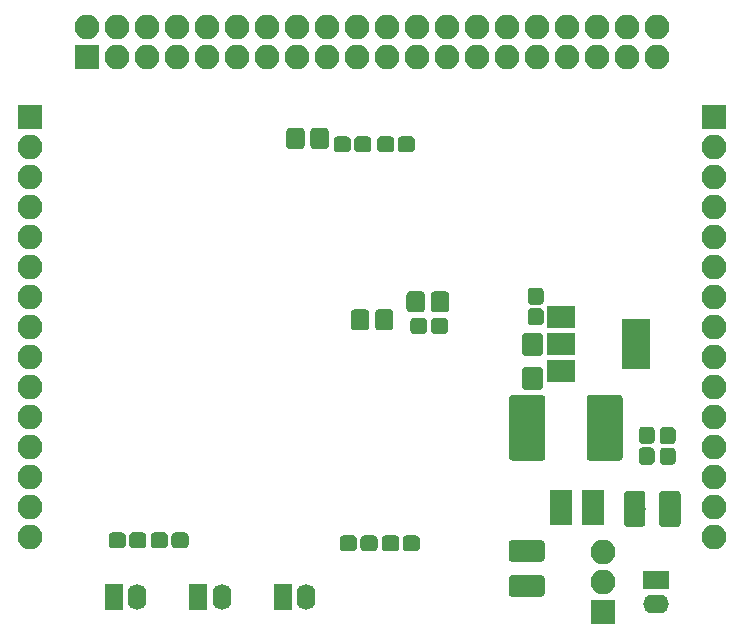
<source format=gbr>
G04 #@! TF.GenerationSoftware,KiCad,Pcbnew,(5.0.0-3-g5ebb6b6)*
G04 #@! TF.CreationDate,2019-05-19T23:28:32+02:00*
G04 #@! TF.ProjectId,Audio Board,417564696F20426F6172642E6B696361,rev?*
G04 #@! TF.SameCoordinates,Original*
G04 #@! TF.FileFunction,Soldermask,Bot*
G04 #@! TF.FilePolarity,Negative*
%FSLAX46Y46*%
G04 Gerber Fmt 4.6, Leading zero omitted, Abs format (unit mm)*
G04 Created by KiCad (PCBNEW (5.0.0-3-g5ebb6b6)) date Sunday, 19 May 2019 at 23:28:32*
%MOMM*%
%LPD*%
G01*
G04 APERTURE LIST*
%ADD10R,2.100000X2.100000*%
%ADD11O,2.100000X2.100000*%
%ADD12C,0.100000*%
%ADD13C,1.825000*%
%ADD14C,3.050000*%
%ADD15R,1.960000X1.050000*%
%ADD16C,1.350000*%
%ADD17R,2.400000X4.200000*%
%ADD18R,2.400000X1.900000*%
%ADD19C,1.550000*%
%ADD20C,1.750000*%
%ADD21O,1.600000X2.200000*%
%ADD22R,1.600000X2.200000*%
%ADD23R,2.200000X1.600000*%
%ADD24O,2.200000X1.600000*%
G04 APERTURE END LIST*
D10*
G04 #@! TO.C,J6*
X94996000Y-62230000D03*
D11*
X94996000Y-59690000D03*
X97536000Y-62230000D03*
X97536000Y-59690000D03*
X100076000Y-62230000D03*
X100076000Y-59690000D03*
X102616000Y-62230000D03*
X102616000Y-59690000D03*
X105156000Y-62230000D03*
X105156000Y-59690000D03*
X107696000Y-62230000D03*
X107696000Y-59690000D03*
X110236000Y-62230000D03*
X110236000Y-59690000D03*
X112776000Y-62230000D03*
X112776000Y-59690000D03*
X115316000Y-62230000D03*
X115316000Y-59690000D03*
X117856000Y-62230000D03*
X117856000Y-59690000D03*
X120396000Y-62230000D03*
X120396000Y-59690000D03*
X122936000Y-62230000D03*
X122936000Y-59690000D03*
X125476000Y-62230000D03*
X125476000Y-59690000D03*
X128016000Y-62230000D03*
X128016000Y-59690000D03*
X130556000Y-62230000D03*
X130556000Y-59690000D03*
X133096000Y-62230000D03*
X133096000Y-59690000D03*
X135636000Y-62230000D03*
X135636000Y-59690000D03*
X138176000Y-62230000D03*
X138176000Y-59690000D03*
X140716000Y-62230000D03*
X140716000Y-59690000D03*
X143256000Y-62230000D03*
X143256000Y-59690000D03*
G04 #@! TD*
D12*
G04 #@! TO.C,C39*
G36*
X141974707Y-98933542D02*
X142005787Y-98938152D01*
X142036266Y-98945787D01*
X142065850Y-98956372D01*
X142094254Y-98969806D01*
X142121204Y-98985959D01*
X142146442Y-99004677D01*
X142169723Y-99025777D01*
X142190823Y-99049058D01*
X142209541Y-99074296D01*
X142225694Y-99101246D01*
X142239128Y-99129650D01*
X142249713Y-99159234D01*
X142257348Y-99189713D01*
X142261958Y-99220793D01*
X142263500Y-99252176D01*
X142263500Y-101661824D01*
X142261958Y-101693207D01*
X142257348Y-101724287D01*
X142249713Y-101754766D01*
X142239128Y-101784350D01*
X142225694Y-101812754D01*
X142209541Y-101839704D01*
X142190823Y-101864942D01*
X142169723Y-101888223D01*
X142146442Y-101909323D01*
X142121204Y-101928041D01*
X142094254Y-101944194D01*
X142065850Y-101957628D01*
X142036266Y-101968213D01*
X142005787Y-101975848D01*
X141974707Y-101980458D01*
X141943324Y-101982000D01*
X140758676Y-101982000D01*
X140727293Y-101980458D01*
X140696213Y-101975848D01*
X140665734Y-101968213D01*
X140636150Y-101957628D01*
X140607746Y-101944194D01*
X140580796Y-101928041D01*
X140555558Y-101909323D01*
X140532277Y-101888223D01*
X140511177Y-101864942D01*
X140492459Y-101839704D01*
X140476306Y-101812754D01*
X140462872Y-101784350D01*
X140452287Y-101754766D01*
X140444652Y-101724287D01*
X140440042Y-101693207D01*
X140438500Y-101661824D01*
X140438500Y-99252176D01*
X140440042Y-99220793D01*
X140444652Y-99189713D01*
X140452287Y-99159234D01*
X140462872Y-99129650D01*
X140476306Y-99101246D01*
X140492459Y-99074296D01*
X140511177Y-99049058D01*
X140532277Y-99025777D01*
X140555558Y-99004677D01*
X140580796Y-98985959D01*
X140607746Y-98969806D01*
X140636150Y-98956372D01*
X140665734Y-98945787D01*
X140696213Y-98938152D01*
X140727293Y-98933542D01*
X140758676Y-98932000D01*
X141943324Y-98932000D01*
X141974707Y-98933542D01*
X141974707Y-98933542D01*
G37*
D13*
X141351000Y-100457000D03*
D12*
G36*
X144949707Y-98933542D02*
X144980787Y-98938152D01*
X145011266Y-98945787D01*
X145040850Y-98956372D01*
X145069254Y-98969806D01*
X145096204Y-98985959D01*
X145121442Y-99004677D01*
X145144723Y-99025777D01*
X145165823Y-99049058D01*
X145184541Y-99074296D01*
X145200694Y-99101246D01*
X145214128Y-99129650D01*
X145224713Y-99159234D01*
X145232348Y-99189713D01*
X145236958Y-99220793D01*
X145238500Y-99252176D01*
X145238500Y-101661824D01*
X145236958Y-101693207D01*
X145232348Y-101724287D01*
X145224713Y-101754766D01*
X145214128Y-101784350D01*
X145200694Y-101812754D01*
X145184541Y-101839704D01*
X145165823Y-101864942D01*
X145144723Y-101888223D01*
X145121442Y-101909323D01*
X145096204Y-101928041D01*
X145069254Y-101944194D01*
X145040850Y-101957628D01*
X145011266Y-101968213D01*
X144980787Y-101975848D01*
X144949707Y-101980458D01*
X144918324Y-101982000D01*
X143733676Y-101982000D01*
X143702293Y-101980458D01*
X143671213Y-101975848D01*
X143640734Y-101968213D01*
X143611150Y-101957628D01*
X143582746Y-101944194D01*
X143555796Y-101928041D01*
X143530558Y-101909323D01*
X143507277Y-101888223D01*
X143486177Y-101864942D01*
X143467459Y-101839704D01*
X143451306Y-101812754D01*
X143437872Y-101784350D01*
X143427287Y-101754766D01*
X143419652Y-101724287D01*
X143415042Y-101693207D01*
X143413500Y-101661824D01*
X143413500Y-99252176D01*
X143415042Y-99220793D01*
X143419652Y-99189713D01*
X143427287Y-99159234D01*
X143437872Y-99129650D01*
X143451306Y-99101246D01*
X143467459Y-99074296D01*
X143486177Y-99049058D01*
X143507277Y-99025777D01*
X143530558Y-99004677D01*
X143555796Y-98985959D01*
X143582746Y-98969806D01*
X143611150Y-98956372D01*
X143640734Y-98945787D01*
X143671213Y-98938152D01*
X143702293Y-98933542D01*
X143733676Y-98932000D01*
X144918324Y-98932000D01*
X144949707Y-98933542D01*
X144949707Y-98933542D01*
G37*
D13*
X144326000Y-100457000D03*
G04 #@! TD*
D12*
G04 #@! TO.C,C40*
G36*
X133443207Y-106077042D02*
X133474287Y-106081652D01*
X133504766Y-106089287D01*
X133534350Y-106099872D01*
X133562754Y-106113306D01*
X133589704Y-106129459D01*
X133614942Y-106148177D01*
X133638223Y-106169277D01*
X133659323Y-106192558D01*
X133678041Y-106217796D01*
X133694194Y-106244746D01*
X133707628Y-106273150D01*
X133718213Y-106302734D01*
X133725848Y-106333213D01*
X133730458Y-106364293D01*
X133732000Y-106395676D01*
X133732000Y-107580324D01*
X133730458Y-107611707D01*
X133725848Y-107642787D01*
X133718213Y-107673266D01*
X133707628Y-107702850D01*
X133694194Y-107731254D01*
X133678041Y-107758204D01*
X133659323Y-107783442D01*
X133638223Y-107806723D01*
X133614942Y-107827823D01*
X133589704Y-107846541D01*
X133562754Y-107862694D01*
X133534350Y-107876128D01*
X133504766Y-107886713D01*
X133474287Y-107894348D01*
X133443207Y-107898958D01*
X133411824Y-107900500D01*
X131002176Y-107900500D01*
X130970793Y-107898958D01*
X130939713Y-107894348D01*
X130909234Y-107886713D01*
X130879650Y-107876128D01*
X130851246Y-107862694D01*
X130824296Y-107846541D01*
X130799058Y-107827823D01*
X130775777Y-107806723D01*
X130754677Y-107783442D01*
X130735959Y-107758204D01*
X130719806Y-107731254D01*
X130706372Y-107702850D01*
X130695787Y-107673266D01*
X130688152Y-107642787D01*
X130683542Y-107611707D01*
X130682000Y-107580324D01*
X130682000Y-106395676D01*
X130683542Y-106364293D01*
X130688152Y-106333213D01*
X130695787Y-106302734D01*
X130706372Y-106273150D01*
X130719806Y-106244746D01*
X130735959Y-106217796D01*
X130754677Y-106192558D01*
X130775777Y-106169277D01*
X130799058Y-106148177D01*
X130824296Y-106129459D01*
X130851246Y-106113306D01*
X130879650Y-106099872D01*
X130909234Y-106089287D01*
X130939713Y-106081652D01*
X130970793Y-106077042D01*
X131002176Y-106075500D01*
X133411824Y-106075500D01*
X133443207Y-106077042D01*
X133443207Y-106077042D01*
G37*
D13*
X132207000Y-106988000D03*
D12*
G36*
X133443207Y-103102042D02*
X133474287Y-103106652D01*
X133504766Y-103114287D01*
X133534350Y-103124872D01*
X133562754Y-103138306D01*
X133589704Y-103154459D01*
X133614942Y-103173177D01*
X133638223Y-103194277D01*
X133659323Y-103217558D01*
X133678041Y-103242796D01*
X133694194Y-103269746D01*
X133707628Y-103298150D01*
X133718213Y-103327734D01*
X133725848Y-103358213D01*
X133730458Y-103389293D01*
X133732000Y-103420676D01*
X133732000Y-104605324D01*
X133730458Y-104636707D01*
X133725848Y-104667787D01*
X133718213Y-104698266D01*
X133707628Y-104727850D01*
X133694194Y-104756254D01*
X133678041Y-104783204D01*
X133659323Y-104808442D01*
X133638223Y-104831723D01*
X133614942Y-104852823D01*
X133589704Y-104871541D01*
X133562754Y-104887694D01*
X133534350Y-104901128D01*
X133504766Y-104911713D01*
X133474287Y-104919348D01*
X133443207Y-104923958D01*
X133411824Y-104925500D01*
X131002176Y-104925500D01*
X130970793Y-104923958D01*
X130939713Y-104919348D01*
X130909234Y-104911713D01*
X130879650Y-104901128D01*
X130851246Y-104887694D01*
X130824296Y-104871541D01*
X130799058Y-104852823D01*
X130775777Y-104831723D01*
X130754677Y-104808442D01*
X130735959Y-104783204D01*
X130719806Y-104756254D01*
X130706372Y-104727850D01*
X130695787Y-104698266D01*
X130688152Y-104667787D01*
X130683542Y-104636707D01*
X130682000Y-104605324D01*
X130682000Y-103420676D01*
X130683542Y-103389293D01*
X130688152Y-103358213D01*
X130695787Y-103327734D01*
X130706372Y-103298150D01*
X130719806Y-103269746D01*
X130735959Y-103242796D01*
X130754677Y-103217558D01*
X130775777Y-103194277D01*
X130799058Y-103173177D01*
X130824296Y-103154459D01*
X130851246Y-103138306D01*
X130879650Y-103124872D01*
X130909234Y-103114287D01*
X130939713Y-103106652D01*
X130970793Y-103102042D01*
X131002176Y-103100500D01*
X133411824Y-103100500D01*
X133443207Y-103102042D01*
X133443207Y-103102042D01*
G37*
D13*
X132207000Y-104013000D03*
G04 #@! TD*
D12*
G04 #@! TO.C,D1*
G36*
X140076466Y-90825386D02*
X140104398Y-90829529D01*
X140131789Y-90836390D01*
X140158375Y-90845903D01*
X140183901Y-90857976D01*
X140208121Y-90872492D01*
X140230801Y-90889313D01*
X140251724Y-90908276D01*
X140270687Y-90929199D01*
X140287508Y-90951879D01*
X140302024Y-90976099D01*
X140314097Y-91001625D01*
X140323610Y-91028211D01*
X140330471Y-91055602D01*
X140334614Y-91083534D01*
X140336000Y-91111737D01*
X140336000Y-96086263D01*
X140334614Y-96114466D01*
X140330471Y-96142398D01*
X140323610Y-96169789D01*
X140314097Y-96196375D01*
X140302024Y-96221901D01*
X140287508Y-96246121D01*
X140270687Y-96268801D01*
X140251724Y-96289724D01*
X140230801Y-96308687D01*
X140208121Y-96325508D01*
X140183901Y-96340024D01*
X140158375Y-96352097D01*
X140131789Y-96361610D01*
X140104398Y-96368471D01*
X140076466Y-96372614D01*
X140048263Y-96374000D01*
X137573737Y-96374000D01*
X137545534Y-96372614D01*
X137517602Y-96368471D01*
X137490211Y-96361610D01*
X137463625Y-96352097D01*
X137438099Y-96340024D01*
X137413879Y-96325508D01*
X137391199Y-96308687D01*
X137370276Y-96289724D01*
X137351313Y-96268801D01*
X137334492Y-96246121D01*
X137319976Y-96221901D01*
X137307903Y-96196375D01*
X137298390Y-96169789D01*
X137291529Y-96142398D01*
X137287386Y-96114466D01*
X137286000Y-96086263D01*
X137286000Y-91111737D01*
X137287386Y-91083534D01*
X137291529Y-91055602D01*
X137298390Y-91028211D01*
X137307903Y-91001625D01*
X137319976Y-90976099D01*
X137334492Y-90951879D01*
X137351313Y-90929199D01*
X137370276Y-90908276D01*
X137391199Y-90889313D01*
X137413879Y-90872492D01*
X137438099Y-90857976D01*
X137463625Y-90845903D01*
X137490211Y-90836390D01*
X137517602Y-90829529D01*
X137545534Y-90825386D01*
X137573737Y-90824000D01*
X140048263Y-90824000D01*
X140076466Y-90825386D01*
X140076466Y-90825386D01*
G37*
D14*
X138811000Y-93599000D03*
D12*
G36*
X133526466Y-90825386D02*
X133554398Y-90829529D01*
X133581789Y-90836390D01*
X133608375Y-90845903D01*
X133633901Y-90857976D01*
X133658121Y-90872492D01*
X133680801Y-90889313D01*
X133701724Y-90908276D01*
X133720687Y-90929199D01*
X133737508Y-90951879D01*
X133752024Y-90976099D01*
X133764097Y-91001625D01*
X133773610Y-91028211D01*
X133780471Y-91055602D01*
X133784614Y-91083534D01*
X133786000Y-91111737D01*
X133786000Y-96086263D01*
X133784614Y-96114466D01*
X133780471Y-96142398D01*
X133773610Y-96169789D01*
X133764097Y-96196375D01*
X133752024Y-96221901D01*
X133737508Y-96246121D01*
X133720687Y-96268801D01*
X133701724Y-96289724D01*
X133680801Y-96308687D01*
X133658121Y-96325508D01*
X133633901Y-96340024D01*
X133608375Y-96352097D01*
X133581789Y-96361610D01*
X133554398Y-96368471D01*
X133526466Y-96372614D01*
X133498263Y-96374000D01*
X131023737Y-96374000D01*
X130995534Y-96372614D01*
X130967602Y-96368471D01*
X130940211Y-96361610D01*
X130913625Y-96352097D01*
X130888099Y-96340024D01*
X130863879Y-96325508D01*
X130841199Y-96308687D01*
X130820276Y-96289724D01*
X130801313Y-96268801D01*
X130784492Y-96246121D01*
X130769976Y-96221901D01*
X130757903Y-96196375D01*
X130748390Y-96169789D01*
X130741529Y-96142398D01*
X130737386Y-96114466D01*
X130736000Y-96086263D01*
X130736000Y-91111737D01*
X130737386Y-91083534D01*
X130741529Y-91055602D01*
X130748390Y-91028211D01*
X130757903Y-91001625D01*
X130769976Y-90976099D01*
X130784492Y-90951879D01*
X130801313Y-90929199D01*
X130820276Y-90908276D01*
X130841199Y-90889313D01*
X130863879Y-90872492D01*
X130888099Y-90857976D01*
X130913625Y-90845903D01*
X130940211Y-90836390D01*
X130967602Y-90829529D01*
X130995534Y-90825386D01*
X131023737Y-90824000D01*
X133498263Y-90824000D01*
X133526466Y-90825386D01*
X133526466Y-90825386D01*
G37*
D14*
X132261000Y-93599000D03*
G04 #@! TD*
D11*
G04 #@! TO.C,J1*
X148082000Y-102870000D03*
X148082000Y-100330000D03*
X148082000Y-97790000D03*
X148082000Y-95250000D03*
X148082000Y-92710000D03*
X148082000Y-90170000D03*
X148082000Y-87630000D03*
X148082000Y-85090000D03*
X148082000Y-82550000D03*
X148082000Y-80010000D03*
X148082000Y-77470000D03*
X148082000Y-74930000D03*
X148082000Y-72390000D03*
X148082000Y-69850000D03*
D10*
X148082000Y-67310000D03*
G04 #@! TD*
G04 #@! TO.C,J4*
X138684000Y-109220000D03*
D11*
X138684000Y-106680000D03*
X138684000Y-104140000D03*
G04 #@! TD*
D10*
G04 #@! TO.C,J7*
X90170000Y-67310000D03*
D11*
X90170000Y-69850000D03*
X90170000Y-72390000D03*
X90170000Y-74930000D03*
X90170000Y-77470000D03*
X90170000Y-80010000D03*
X90170000Y-82550000D03*
X90170000Y-85090000D03*
X90170000Y-87630000D03*
X90170000Y-90170000D03*
X90170000Y-92710000D03*
X90170000Y-95250000D03*
X90170000Y-97790000D03*
X90170000Y-100330000D03*
X90170000Y-102870000D03*
G04 #@! TD*
D15*
G04 #@! TO.C,U5*
X135128000Y-101280000D03*
X135128000Y-100330000D03*
X135128000Y-99380000D03*
X137828000Y-99380000D03*
X137828000Y-101280000D03*
X137828000Y-100330000D03*
G04 #@! TD*
D12*
G04 #@! TO.C,R9*
G36*
X142737581Y-93510625D02*
X142770343Y-93515485D01*
X142802471Y-93523533D01*
X142833656Y-93534691D01*
X142863596Y-93548852D01*
X142892005Y-93565879D01*
X142918608Y-93585609D01*
X142943149Y-93607851D01*
X142965391Y-93632392D01*
X142985121Y-93658995D01*
X143002148Y-93687404D01*
X143016309Y-93717344D01*
X143027467Y-93748529D01*
X143035515Y-93780657D01*
X143040375Y-93813419D01*
X143042000Y-93846500D01*
X143042000Y-94621500D01*
X143040375Y-94654581D01*
X143035515Y-94687343D01*
X143027467Y-94719471D01*
X143016309Y-94750656D01*
X143002148Y-94780596D01*
X142985121Y-94809005D01*
X142965391Y-94835608D01*
X142943149Y-94860149D01*
X142918608Y-94882391D01*
X142892005Y-94902121D01*
X142863596Y-94919148D01*
X142833656Y-94933309D01*
X142802471Y-94944467D01*
X142770343Y-94952515D01*
X142737581Y-94957375D01*
X142704500Y-94959000D01*
X142029500Y-94959000D01*
X141996419Y-94957375D01*
X141963657Y-94952515D01*
X141931529Y-94944467D01*
X141900344Y-94933309D01*
X141870404Y-94919148D01*
X141841995Y-94902121D01*
X141815392Y-94882391D01*
X141790851Y-94860149D01*
X141768609Y-94835608D01*
X141748879Y-94809005D01*
X141731852Y-94780596D01*
X141717691Y-94750656D01*
X141706533Y-94719471D01*
X141698485Y-94687343D01*
X141693625Y-94654581D01*
X141692000Y-94621500D01*
X141692000Y-93846500D01*
X141693625Y-93813419D01*
X141698485Y-93780657D01*
X141706533Y-93748529D01*
X141717691Y-93717344D01*
X141731852Y-93687404D01*
X141748879Y-93658995D01*
X141768609Y-93632392D01*
X141790851Y-93607851D01*
X141815392Y-93585609D01*
X141841995Y-93565879D01*
X141870404Y-93548852D01*
X141900344Y-93534691D01*
X141931529Y-93523533D01*
X141963657Y-93515485D01*
X141996419Y-93510625D01*
X142029500Y-93509000D01*
X142704500Y-93509000D01*
X142737581Y-93510625D01*
X142737581Y-93510625D01*
G37*
D16*
X142367000Y-94234000D03*
D12*
G36*
X142737581Y-95260625D02*
X142770343Y-95265485D01*
X142802471Y-95273533D01*
X142833656Y-95284691D01*
X142863596Y-95298852D01*
X142892005Y-95315879D01*
X142918608Y-95335609D01*
X142943149Y-95357851D01*
X142965391Y-95382392D01*
X142985121Y-95408995D01*
X143002148Y-95437404D01*
X143016309Y-95467344D01*
X143027467Y-95498529D01*
X143035515Y-95530657D01*
X143040375Y-95563419D01*
X143042000Y-95596500D01*
X143042000Y-96371500D01*
X143040375Y-96404581D01*
X143035515Y-96437343D01*
X143027467Y-96469471D01*
X143016309Y-96500656D01*
X143002148Y-96530596D01*
X142985121Y-96559005D01*
X142965391Y-96585608D01*
X142943149Y-96610149D01*
X142918608Y-96632391D01*
X142892005Y-96652121D01*
X142863596Y-96669148D01*
X142833656Y-96683309D01*
X142802471Y-96694467D01*
X142770343Y-96702515D01*
X142737581Y-96707375D01*
X142704500Y-96709000D01*
X142029500Y-96709000D01*
X141996419Y-96707375D01*
X141963657Y-96702515D01*
X141931529Y-96694467D01*
X141900344Y-96683309D01*
X141870404Y-96669148D01*
X141841995Y-96652121D01*
X141815392Y-96632391D01*
X141790851Y-96610149D01*
X141768609Y-96585608D01*
X141748879Y-96559005D01*
X141731852Y-96530596D01*
X141717691Y-96500656D01*
X141706533Y-96469471D01*
X141698485Y-96437343D01*
X141693625Y-96404581D01*
X141692000Y-96371500D01*
X141692000Y-95596500D01*
X141693625Y-95563419D01*
X141698485Y-95530657D01*
X141706533Y-95498529D01*
X141717691Y-95467344D01*
X141731852Y-95437404D01*
X141748879Y-95408995D01*
X141768609Y-95382392D01*
X141790851Y-95357851D01*
X141815392Y-95335609D01*
X141841995Y-95315879D01*
X141870404Y-95298852D01*
X141900344Y-95284691D01*
X141931529Y-95273533D01*
X141963657Y-95265485D01*
X141996419Y-95260625D01*
X142029500Y-95259000D01*
X142704500Y-95259000D01*
X142737581Y-95260625D01*
X142737581Y-95260625D01*
G37*
D16*
X142367000Y-95984000D03*
G04 #@! TD*
D12*
G04 #@! TO.C,R10*
G36*
X144515581Y-93538625D02*
X144548343Y-93543485D01*
X144580471Y-93551533D01*
X144611656Y-93562691D01*
X144641596Y-93576852D01*
X144670005Y-93593879D01*
X144696608Y-93613609D01*
X144721149Y-93635851D01*
X144743391Y-93660392D01*
X144763121Y-93686995D01*
X144780148Y-93715404D01*
X144794309Y-93745344D01*
X144805467Y-93776529D01*
X144813515Y-93808657D01*
X144818375Y-93841419D01*
X144820000Y-93874500D01*
X144820000Y-94649500D01*
X144818375Y-94682581D01*
X144813515Y-94715343D01*
X144805467Y-94747471D01*
X144794309Y-94778656D01*
X144780148Y-94808596D01*
X144763121Y-94837005D01*
X144743391Y-94863608D01*
X144721149Y-94888149D01*
X144696608Y-94910391D01*
X144670005Y-94930121D01*
X144641596Y-94947148D01*
X144611656Y-94961309D01*
X144580471Y-94972467D01*
X144548343Y-94980515D01*
X144515581Y-94985375D01*
X144482500Y-94987000D01*
X143807500Y-94987000D01*
X143774419Y-94985375D01*
X143741657Y-94980515D01*
X143709529Y-94972467D01*
X143678344Y-94961309D01*
X143648404Y-94947148D01*
X143619995Y-94930121D01*
X143593392Y-94910391D01*
X143568851Y-94888149D01*
X143546609Y-94863608D01*
X143526879Y-94837005D01*
X143509852Y-94808596D01*
X143495691Y-94778656D01*
X143484533Y-94747471D01*
X143476485Y-94715343D01*
X143471625Y-94682581D01*
X143470000Y-94649500D01*
X143470000Y-93874500D01*
X143471625Y-93841419D01*
X143476485Y-93808657D01*
X143484533Y-93776529D01*
X143495691Y-93745344D01*
X143509852Y-93715404D01*
X143526879Y-93686995D01*
X143546609Y-93660392D01*
X143568851Y-93635851D01*
X143593392Y-93613609D01*
X143619995Y-93593879D01*
X143648404Y-93576852D01*
X143678344Y-93562691D01*
X143709529Y-93551533D01*
X143741657Y-93543485D01*
X143774419Y-93538625D01*
X143807500Y-93537000D01*
X144482500Y-93537000D01*
X144515581Y-93538625D01*
X144515581Y-93538625D01*
G37*
D16*
X144145000Y-94262000D03*
D12*
G36*
X144515581Y-95288625D02*
X144548343Y-95293485D01*
X144580471Y-95301533D01*
X144611656Y-95312691D01*
X144641596Y-95326852D01*
X144670005Y-95343879D01*
X144696608Y-95363609D01*
X144721149Y-95385851D01*
X144743391Y-95410392D01*
X144763121Y-95436995D01*
X144780148Y-95465404D01*
X144794309Y-95495344D01*
X144805467Y-95526529D01*
X144813515Y-95558657D01*
X144818375Y-95591419D01*
X144820000Y-95624500D01*
X144820000Y-96399500D01*
X144818375Y-96432581D01*
X144813515Y-96465343D01*
X144805467Y-96497471D01*
X144794309Y-96528656D01*
X144780148Y-96558596D01*
X144763121Y-96587005D01*
X144743391Y-96613608D01*
X144721149Y-96638149D01*
X144696608Y-96660391D01*
X144670005Y-96680121D01*
X144641596Y-96697148D01*
X144611656Y-96711309D01*
X144580471Y-96722467D01*
X144548343Y-96730515D01*
X144515581Y-96735375D01*
X144482500Y-96737000D01*
X143807500Y-96737000D01*
X143774419Y-96735375D01*
X143741657Y-96730515D01*
X143709529Y-96722467D01*
X143678344Y-96711309D01*
X143648404Y-96697148D01*
X143619995Y-96680121D01*
X143593392Y-96660391D01*
X143568851Y-96638149D01*
X143546609Y-96613608D01*
X143526879Y-96587005D01*
X143509852Y-96558596D01*
X143495691Y-96528656D01*
X143484533Y-96497471D01*
X143476485Y-96465343D01*
X143471625Y-96432581D01*
X143470000Y-96399500D01*
X143470000Y-95624500D01*
X143471625Y-95591419D01*
X143476485Y-95558657D01*
X143484533Y-95526529D01*
X143495691Y-95495344D01*
X143509852Y-95465404D01*
X143526879Y-95436995D01*
X143546609Y-95410392D01*
X143568851Y-95385851D01*
X143593392Y-95363609D01*
X143619995Y-95343879D01*
X143648404Y-95326852D01*
X143678344Y-95312691D01*
X143709529Y-95301533D01*
X143741657Y-95293485D01*
X143774419Y-95288625D01*
X143807500Y-95287000D01*
X144482500Y-95287000D01*
X144515581Y-95288625D01*
X144515581Y-95288625D01*
G37*
D16*
X144145000Y-96012000D03*
G04 #@! TD*
D12*
G04 #@! TO.C,C22*
G36*
X125247581Y-84289625D02*
X125280343Y-84294485D01*
X125312471Y-84302533D01*
X125343656Y-84313691D01*
X125373596Y-84327852D01*
X125402005Y-84344879D01*
X125428608Y-84364609D01*
X125453149Y-84386851D01*
X125475391Y-84411392D01*
X125495121Y-84437995D01*
X125512148Y-84466404D01*
X125526309Y-84496344D01*
X125537467Y-84527529D01*
X125545515Y-84559657D01*
X125550375Y-84592419D01*
X125552000Y-84625500D01*
X125552000Y-85300500D01*
X125550375Y-85333581D01*
X125545515Y-85366343D01*
X125537467Y-85398471D01*
X125526309Y-85429656D01*
X125512148Y-85459596D01*
X125495121Y-85488005D01*
X125475391Y-85514608D01*
X125453149Y-85539149D01*
X125428608Y-85561391D01*
X125402005Y-85581121D01*
X125373596Y-85598148D01*
X125343656Y-85612309D01*
X125312471Y-85623467D01*
X125280343Y-85631515D01*
X125247581Y-85636375D01*
X125214500Y-85638000D01*
X124439500Y-85638000D01*
X124406419Y-85636375D01*
X124373657Y-85631515D01*
X124341529Y-85623467D01*
X124310344Y-85612309D01*
X124280404Y-85598148D01*
X124251995Y-85581121D01*
X124225392Y-85561391D01*
X124200851Y-85539149D01*
X124178609Y-85514608D01*
X124158879Y-85488005D01*
X124141852Y-85459596D01*
X124127691Y-85429656D01*
X124116533Y-85398471D01*
X124108485Y-85366343D01*
X124103625Y-85333581D01*
X124102000Y-85300500D01*
X124102000Y-84625500D01*
X124103625Y-84592419D01*
X124108485Y-84559657D01*
X124116533Y-84527529D01*
X124127691Y-84496344D01*
X124141852Y-84466404D01*
X124158879Y-84437995D01*
X124178609Y-84411392D01*
X124200851Y-84386851D01*
X124225392Y-84364609D01*
X124251995Y-84344879D01*
X124280404Y-84327852D01*
X124310344Y-84313691D01*
X124341529Y-84302533D01*
X124373657Y-84294485D01*
X124406419Y-84289625D01*
X124439500Y-84288000D01*
X125214500Y-84288000D01*
X125247581Y-84289625D01*
X125247581Y-84289625D01*
G37*
D16*
X124827000Y-84963000D03*
D12*
G36*
X123497581Y-84289625D02*
X123530343Y-84294485D01*
X123562471Y-84302533D01*
X123593656Y-84313691D01*
X123623596Y-84327852D01*
X123652005Y-84344879D01*
X123678608Y-84364609D01*
X123703149Y-84386851D01*
X123725391Y-84411392D01*
X123745121Y-84437995D01*
X123762148Y-84466404D01*
X123776309Y-84496344D01*
X123787467Y-84527529D01*
X123795515Y-84559657D01*
X123800375Y-84592419D01*
X123802000Y-84625500D01*
X123802000Y-85300500D01*
X123800375Y-85333581D01*
X123795515Y-85366343D01*
X123787467Y-85398471D01*
X123776309Y-85429656D01*
X123762148Y-85459596D01*
X123745121Y-85488005D01*
X123725391Y-85514608D01*
X123703149Y-85539149D01*
X123678608Y-85561391D01*
X123652005Y-85581121D01*
X123623596Y-85598148D01*
X123593656Y-85612309D01*
X123562471Y-85623467D01*
X123530343Y-85631515D01*
X123497581Y-85636375D01*
X123464500Y-85638000D01*
X122689500Y-85638000D01*
X122656419Y-85636375D01*
X122623657Y-85631515D01*
X122591529Y-85623467D01*
X122560344Y-85612309D01*
X122530404Y-85598148D01*
X122501995Y-85581121D01*
X122475392Y-85561391D01*
X122450851Y-85539149D01*
X122428609Y-85514608D01*
X122408879Y-85488005D01*
X122391852Y-85459596D01*
X122377691Y-85429656D01*
X122366533Y-85398471D01*
X122358485Y-85366343D01*
X122353625Y-85333581D01*
X122352000Y-85300500D01*
X122352000Y-84625500D01*
X122353625Y-84592419D01*
X122358485Y-84559657D01*
X122366533Y-84527529D01*
X122377691Y-84496344D01*
X122391852Y-84466404D01*
X122408879Y-84437995D01*
X122428609Y-84411392D01*
X122450851Y-84386851D01*
X122475392Y-84364609D01*
X122501995Y-84344879D01*
X122530404Y-84327852D01*
X122560344Y-84313691D01*
X122591529Y-84302533D01*
X122623657Y-84294485D01*
X122656419Y-84289625D01*
X122689500Y-84288000D01*
X123464500Y-84288000D01*
X123497581Y-84289625D01*
X123497581Y-84289625D01*
G37*
D16*
X123077000Y-84963000D03*
G04 #@! TD*
D12*
G04 #@! TO.C,R15*
G36*
X103276581Y-102450625D02*
X103309343Y-102455485D01*
X103341471Y-102463533D01*
X103372656Y-102474691D01*
X103402596Y-102488852D01*
X103431005Y-102505879D01*
X103457608Y-102525609D01*
X103482149Y-102547851D01*
X103504391Y-102572392D01*
X103524121Y-102598995D01*
X103541148Y-102627404D01*
X103555309Y-102657344D01*
X103566467Y-102688529D01*
X103574515Y-102720657D01*
X103579375Y-102753419D01*
X103581000Y-102786500D01*
X103581000Y-103461500D01*
X103579375Y-103494581D01*
X103574515Y-103527343D01*
X103566467Y-103559471D01*
X103555309Y-103590656D01*
X103541148Y-103620596D01*
X103524121Y-103649005D01*
X103504391Y-103675608D01*
X103482149Y-103700149D01*
X103457608Y-103722391D01*
X103431005Y-103742121D01*
X103402596Y-103759148D01*
X103372656Y-103773309D01*
X103341471Y-103784467D01*
X103309343Y-103792515D01*
X103276581Y-103797375D01*
X103243500Y-103799000D01*
X102468500Y-103799000D01*
X102435419Y-103797375D01*
X102402657Y-103792515D01*
X102370529Y-103784467D01*
X102339344Y-103773309D01*
X102309404Y-103759148D01*
X102280995Y-103742121D01*
X102254392Y-103722391D01*
X102229851Y-103700149D01*
X102207609Y-103675608D01*
X102187879Y-103649005D01*
X102170852Y-103620596D01*
X102156691Y-103590656D01*
X102145533Y-103559471D01*
X102137485Y-103527343D01*
X102132625Y-103494581D01*
X102131000Y-103461500D01*
X102131000Y-102786500D01*
X102132625Y-102753419D01*
X102137485Y-102720657D01*
X102145533Y-102688529D01*
X102156691Y-102657344D01*
X102170852Y-102627404D01*
X102187879Y-102598995D01*
X102207609Y-102572392D01*
X102229851Y-102547851D01*
X102254392Y-102525609D01*
X102280995Y-102505879D01*
X102309404Y-102488852D01*
X102339344Y-102474691D01*
X102370529Y-102463533D01*
X102402657Y-102455485D01*
X102435419Y-102450625D01*
X102468500Y-102449000D01*
X103243500Y-102449000D01*
X103276581Y-102450625D01*
X103276581Y-102450625D01*
G37*
D16*
X102856000Y-103124000D03*
D12*
G36*
X101526581Y-102450625D02*
X101559343Y-102455485D01*
X101591471Y-102463533D01*
X101622656Y-102474691D01*
X101652596Y-102488852D01*
X101681005Y-102505879D01*
X101707608Y-102525609D01*
X101732149Y-102547851D01*
X101754391Y-102572392D01*
X101774121Y-102598995D01*
X101791148Y-102627404D01*
X101805309Y-102657344D01*
X101816467Y-102688529D01*
X101824515Y-102720657D01*
X101829375Y-102753419D01*
X101831000Y-102786500D01*
X101831000Y-103461500D01*
X101829375Y-103494581D01*
X101824515Y-103527343D01*
X101816467Y-103559471D01*
X101805309Y-103590656D01*
X101791148Y-103620596D01*
X101774121Y-103649005D01*
X101754391Y-103675608D01*
X101732149Y-103700149D01*
X101707608Y-103722391D01*
X101681005Y-103742121D01*
X101652596Y-103759148D01*
X101622656Y-103773309D01*
X101591471Y-103784467D01*
X101559343Y-103792515D01*
X101526581Y-103797375D01*
X101493500Y-103799000D01*
X100718500Y-103799000D01*
X100685419Y-103797375D01*
X100652657Y-103792515D01*
X100620529Y-103784467D01*
X100589344Y-103773309D01*
X100559404Y-103759148D01*
X100530995Y-103742121D01*
X100504392Y-103722391D01*
X100479851Y-103700149D01*
X100457609Y-103675608D01*
X100437879Y-103649005D01*
X100420852Y-103620596D01*
X100406691Y-103590656D01*
X100395533Y-103559471D01*
X100387485Y-103527343D01*
X100382625Y-103494581D01*
X100381000Y-103461500D01*
X100381000Y-102786500D01*
X100382625Y-102753419D01*
X100387485Y-102720657D01*
X100395533Y-102688529D01*
X100406691Y-102657344D01*
X100420852Y-102627404D01*
X100437879Y-102598995D01*
X100457609Y-102572392D01*
X100479851Y-102547851D01*
X100504392Y-102525609D01*
X100530995Y-102505879D01*
X100559404Y-102488852D01*
X100589344Y-102474691D01*
X100620529Y-102463533D01*
X100652657Y-102455485D01*
X100685419Y-102450625D01*
X100718500Y-102449000D01*
X101493500Y-102449000D01*
X101526581Y-102450625D01*
X101526581Y-102450625D01*
G37*
D16*
X101106000Y-103124000D03*
G04 #@! TD*
D12*
G04 #@! TO.C,R16*
G36*
X97956581Y-102450625D02*
X97989343Y-102455485D01*
X98021471Y-102463533D01*
X98052656Y-102474691D01*
X98082596Y-102488852D01*
X98111005Y-102505879D01*
X98137608Y-102525609D01*
X98162149Y-102547851D01*
X98184391Y-102572392D01*
X98204121Y-102598995D01*
X98221148Y-102627404D01*
X98235309Y-102657344D01*
X98246467Y-102688529D01*
X98254515Y-102720657D01*
X98259375Y-102753419D01*
X98261000Y-102786500D01*
X98261000Y-103461500D01*
X98259375Y-103494581D01*
X98254515Y-103527343D01*
X98246467Y-103559471D01*
X98235309Y-103590656D01*
X98221148Y-103620596D01*
X98204121Y-103649005D01*
X98184391Y-103675608D01*
X98162149Y-103700149D01*
X98137608Y-103722391D01*
X98111005Y-103742121D01*
X98082596Y-103759148D01*
X98052656Y-103773309D01*
X98021471Y-103784467D01*
X97989343Y-103792515D01*
X97956581Y-103797375D01*
X97923500Y-103799000D01*
X97148500Y-103799000D01*
X97115419Y-103797375D01*
X97082657Y-103792515D01*
X97050529Y-103784467D01*
X97019344Y-103773309D01*
X96989404Y-103759148D01*
X96960995Y-103742121D01*
X96934392Y-103722391D01*
X96909851Y-103700149D01*
X96887609Y-103675608D01*
X96867879Y-103649005D01*
X96850852Y-103620596D01*
X96836691Y-103590656D01*
X96825533Y-103559471D01*
X96817485Y-103527343D01*
X96812625Y-103494581D01*
X96811000Y-103461500D01*
X96811000Y-102786500D01*
X96812625Y-102753419D01*
X96817485Y-102720657D01*
X96825533Y-102688529D01*
X96836691Y-102657344D01*
X96850852Y-102627404D01*
X96867879Y-102598995D01*
X96887609Y-102572392D01*
X96909851Y-102547851D01*
X96934392Y-102525609D01*
X96960995Y-102505879D01*
X96989404Y-102488852D01*
X97019344Y-102474691D01*
X97050529Y-102463533D01*
X97082657Y-102455485D01*
X97115419Y-102450625D01*
X97148500Y-102449000D01*
X97923500Y-102449000D01*
X97956581Y-102450625D01*
X97956581Y-102450625D01*
G37*
D16*
X97536000Y-103124000D03*
D12*
G36*
X99706581Y-102450625D02*
X99739343Y-102455485D01*
X99771471Y-102463533D01*
X99802656Y-102474691D01*
X99832596Y-102488852D01*
X99861005Y-102505879D01*
X99887608Y-102525609D01*
X99912149Y-102547851D01*
X99934391Y-102572392D01*
X99954121Y-102598995D01*
X99971148Y-102627404D01*
X99985309Y-102657344D01*
X99996467Y-102688529D01*
X100004515Y-102720657D01*
X100009375Y-102753419D01*
X100011000Y-102786500D01*
X100011000Y-103461500D01*
X100009375Y-103494581D01*
X100004515Y-103527343D01*
X99996467Y-103559471D01*
X99985309Y-103590656D01*
X99971148Y-103620596D01*
X99954121Y-103649005D01*
X99934391Y-103675608D01*
X99912149Y-103700149D01*
X99887608Y-103722391D01*
X99861005Y-103742121D01*
X99832596Y-103759148D01*
X99802656Y-103773309D01*
X99771471Y-103784467D01*
X99739343Y-103792515D01*
X99706581Y-103797375D01*
X99673500Y-103799000D01*
X98898500Y-103799000D01*
X98865419Y-103797375D01*
X98832657Y-103792515D01*
X98800529Y-103784467D01*
X98769344Y-103773309D01*
X98739404Y-103759148D01*
X98710995Y-103742121D01*
X98684392Y-103722391D01*
X98659851Y-103700149D01*
X98637609Y-103675608D01*
X98617879Y-103649005D01*
X98600852Y-103620596D01*
X98586691Y-103590656D01*
X98575533Y-103559471D01*
X98567485Y-103527343D01*
X98562625Y-103494581D01*
X98561000Y-103461500D01*
X98561000Y-102786500D01*
X98562625Y-102753419D01*
X98567485Y-102720657D01*
X98575533Y-102688529D01*
X98586691Y-102657344D01*
X98600852Y-102627404D01*
X98617879Y-102598995D01*
X98637609Y-102572392D01*
X98659851Y-102547851D01*
X98684392Y-102525609D01*
X98710995Y-102505879D01*
X98739404Y-102488852D01*
X98769344Y-102474691D01*
X98800529Y-102463533D01*
X98832657Y-102455485D01*
X98865419Y-102450625D01*
X98898500Y-102449000D01*
X99673500Y-102449000D01*
X99706581Y-102450625D01*
X99706581Y-102450625D01*
G37*
D16*
X99286000Y-103124000D03*
G04 #@! TD*
D12*
G04 #@! TO.C,R17*
G36*
X121098581Y-102704625D02*
X121131343Y-102709485D01*
X121163471Y-102717533D01*
X121194656Y-102728691D01*
X121224596Y-102742852D01*
X121253005Y-102759879D01*
X121279608Y-102779609D01*
X121304149Y-102801851D01*
X121326391Y-102826392D01*
X121346121Y-102852995D01*
X121363148Y-102881404D01*
X121377309Y-102911344D01*
X121388467Y-102942529D01*
X121396515Y-102974657D01*
X121401375Y-103007419D01*
X121403000Y-103040500D01*
X121403000Y-103715500D01*
X121401375Y-103748581D01*
X121396515Y-103781343D01*
X121388467Y-103813471D01*
X121377309Y-103844656D01*
X121363148Y-103874596D01*
X121346121Y-103903005D01*
X121326391Y-103929608D01*
X121304149Y-103954149D01*
X121279608Y-103976391D01*
X121253005Y-103996121D01*
X121224596Y-104013148D01*
X121194656Y-104027309D01*
X121163471Y-104038467D01*
X121131343Y-104046515D01*
X121098581Y-104051375D01*
X121065500Y-104053000D01*
X120290500Y-104053000D01*
X120257419Y-104051375D01*
X120224657Y-104046515D01*
X120192529Y-104038467D01*
X120161344Y-104027309D01*
X120131404Y-104013148D01*
X120102995Y-103996121D01*
X120076392Y-103976391D01*
X120051851Y-103954149D01*
X120029609Y-103929608D01*
X120009879Y-103903005D01*
X119992852Y-103874596D01*
X119978691Y-103844656D01*
X119967533Y-103813471D01*
X119959485Y-103781343D01*
X119954625Y-103748581D01*
X119953000Y-103715500D01*
X119953000Y-103040500D01*
X119954625Y-103007419D01*
X119959485Y-102974657D01*
X119967533Y-102942529D01*
X119978691Y-102911344D01*
X119992852Y-102881404D01*
X120009879Y-102852995D01*
X120029609Y-102826392D01*
X120051851Y-102801851D01*
X120076392Y-102779609D01*
X120102995Y-102759879D01*
X120131404Y-102742852D01*
X120161344Y-102728691D01*
X120192529Y-102717533D01*
X120224657Y-102709485D01*
X120257419Y-102704625D01*
X120290500Y-102703000D01*
X121065500Y-102703000D01*
X121098581Y-102704625D01*
X121098581Y-102704625D01*
G37*
D16*
X120678000Y-103378000D03*
D12*
G36*
X122848581Y-102704625D02*
X122881343Y-102709485D01*
X122913471Y-102717533D01*
X122944656Y-102728691D01*
X122974596Y-102742852D01*
X123003005Y-102759879D01*
X123029608Y-102779609D01*
X123054149Y-102801851D01*
X123076391Y-102826392D01*
X123096121Y-102852995D01*
X123113148Y-102881404D01*
X123127309Y-102911344D01*
X123138467Y-102942529D01*
X123146515Y-102974657D01*
X123151375Y-103007419D01*
X123153000Y-103040500D01*
X123153000Y-103715500D01*
X123151375Y-103748581D01*
X123146515Y-103781343D01*
X123138467Y-103813471D01*
X123127309Y-103844656D01*
X123113148Y-103874596D01*
X123096121Y-103903005D01*
X123076391Y-103929608D01*
X123054149Y-103954149D01*
X123029608Y-103976391D01*
X123003005Y-103996121D01*
X122974596Y-104013148D01*
X122944656Y-104027309D01*
X122913471Y-104038467D01*
X122881343Y-104046515D01*
X122848581Y-104051375D01*
X122815500Y-104053000D01*
X122040500Y-104053000D01*
X122007419Y-104051375D01*
X121974657Y-104046515D01*
X121942529Y-104038467D01*
X121911344Y-104027309D01*
X121881404Y-104013148D01*
X121852995Y-103996121D01*
X121826392Y-103976391D01*
X121801851Y-103954149D01*
X121779609Y-103929608D01*
X121759879Y-103903005D01*
X121742852Y-103874596D01*
X121728691Y-103844656D01*
X121717533Y-103813471D01*
X121709485Y-103781343D01*
X121704625Y-103748581D01*
X121703000Y-103715500D01*
X121703000Y-103040500D01*
X121704625Y-103007419D01*
X121709485Y-102974657D01*
X121717533Y-102942529D01*
X121728691Y-102911344D01*
X121742852Y-102881404D01*
X121759879Y-102852995D01*
X121779609Y-102826392D01*
X121801851Y-102801851D01*
X121826392Y-102779609D01*
X121852995Y-102759879D01*
X121881404Y-102742852D01*
X121911344Y-102728691D01*
X121942529Y-102717533D01*
X121974657Y-102709485D01*
X122007419Y-102704625D01*
X122040500Y-102703000D01*
X122815500Y-102703000D01*
X122848581Y-102704625D01*
X122848581Y-102704625D01*
G37*
D16*
X122428000Y-103378000D03*
G04 #@! TD*
D12*
G04 #@! TO.C,R18*
G36*
X119278581Y-102704625D02*
X119311343Y-102709485D01*
X119343471Y-102717533D01*
X119374656Y-102728691D01*
X119404596Y-102742852D01*
X119433005Y-102759879D01*
X119459608Y-102779609D01*
X119484149Y-102801851D01*
X119506391Y-102826392D01*
X119526121Y-102852995D01*
X119543148Y-102881404D01*
X119557309Y-102911344D01*
X119568467Y-102942529D01*
X119576515Y-102974657D01*
X119581375Y-103007419D01*
X119583000Y-103040500D01*
X119583000Y-103715500D01*
X119581375Y-103748581D01*
X119576515Y-103781343D01*
X119568467Y-103813471D01*
X119557309Y-103844656D01*
X119543148Y-103874596D01*
X119526121Y-103903005D01*
X119506391Y-103929608D01*
X119484149Y-103954149D01*
X119459608Y-103976391D01*
X119433005Y-103996121D01*
X119404596Y-104013148D01*
X119374656Y-104027309D01*
X119343471Y-104038467D01*
X119311343Y-104046515D01*
X119278581Y-104051375D01*
X119245500Y-104053000D01*
X118470500Y-104053000D01*
X118437419Y-104051375D01*
X118404657Y-104046515D01*
X118372529Y-104038467D01*
X118341344Y-104027309D01*
X118311404Y-104013148D01*
X118282995Y-103996121D01*
X118256392Y-103976391D01*
X118231851Y-103954149D01*
X118209609Y-103929608D01*
X118189879Y-103903005D01*
X118172852Y-103874596D01*
X118158691Y-103844656D01*
X118147533Y-103813471D01*
X118139485Y-103781343D01*
X118134625Y-103748581D01*
X118133000Y-103715500D01*
X118133000Y-103040500D01*
X118134625Y-103007419D01*
X118139485Y-102974657D01*
X118147533Y-102942529D01*
X118158691Y-102911344D01*
X118172852Y-102881404D01*
X118189879Y-102852995D01*
X118209609Y-102826392D01*
X118231851Y-102801851D01*
X118256392Y-102779609D01*
X118282995Y-102759879D01*
X118311404Y-102742852D01*
X118341344Y-102728691D01*
X118372529Y-102717533D01*
X118404657Y-102709485D01*
X118437419Y-102704625D01*
X118470500Y-102703000D01*
X119245500Y-102703000D01*
X119278581Y-102704625D01*
X119278581Y-102704625D01*
G37*
D16*
X118858000Y-103378000D03*
D12*
G36*
X117528581Y-102704625D02*
X117561343Y-102709485D01*
X117593471Y-102717533D01*
X117624656Y-102728691D01*
X117654596Y-102742852D01*
X117683005Y-102759879D01*
X117709608Y-102779609D01*
X117734149Y-102801851D01*
X117756391Y-102826392D01*
X117776121Y-102852995D01*
X117793148Y-102881404D01*
X117807309Y-102911344D01*
X117818467Y-102942529D01*
X117826515Y-102974657D01*
X117831375Y-103007419D01*
X117833000Y-103040500D01*
X117833000Y-103715500D01*
X117831375Y-103748581D01*
X117826515Y-103781343D01*
X117818467Y-103813471D01*
X117807309Y-103844656D01*
X117793148Y-103874596D01*
X117776121Y-103903005D01*
X117756391Y-103929608D01*
X117734149Y-103954149D01*
X117709608Y-103976391D01*
X117683005Y-103996121D01*
X117654596Y-104013148D01*
X117624656Y-104027309D01*
X117593471Y-104038467D01*
X117561343Y-104046515D01*
X117528581Y-104051375D01*
X117495500Y-104053000D01*
X116720500Y-104053000D01*
X116687419Y-104051375D01*
X116654657Y-104046515D01*
X116622529Y-104038467D01*
X116591344Y-104027309D01*
X116561404Y-104013148D01*
X116532995Y-103996121D01*
X116506392Y-103976391D01*
X116481851Y-103954149D01*
X116459609Y-103929608D01*
X116439879Y-103903005D01*
X116422852Y-103874596D01*
X116408691Y-103844656D01*
X116397533Y-103813471D01*
X116389485Y-103781343D01*
X116384625Y-103748581D01*
X116383000Y-103715500D01*
X116383000Y-103040500D01*
X116384625Y-103007419D01*
X116389485Y-102974657D01*
X116397533Y-102942529D01*
X116408691Y-102911344D01*
X116422852Y-102881404D01*
X116439879Y-102852995D01*
X116459609Y-102826392D01*
X116481851Y-102801851D01*
X116506392Y-102779609D01*
X116532995Y-102759879D01*
X116561404Y-102742852D01*
X116591344Y-102728691D01*
X116622529Y-102717533D01*
X116654657Y-102709485D01*
X116687419Y-102704625D01*
X116720500Y-102703000D01*
X117495500Y-102703000D01*
X117528581Y-102704625D01*
X117528581Y-102704625D01*
G37*
D16*
X117108000Y-103378000D03*
G04 #@! TD*
D17*
G04 #@! TO.C,U2*
X141453000Y-86487000D03*
D18*
X135153000Y-86487000D03*
X135153000Y-84187000D03*
X135153000Y-88787000D03*
G04 #@! TD*
D12*
G04 #@! TO.C,C19*
G36*
X118581071Y-83556623D02*
X118613781Y-83561475D01*
X118645857Y-83569509D01*
X118676991Y-83580649D01*
X118706884Y-83594787D01*
X118735247Y-83611787D01*
X118761807Y-83631485D01*
X118786308Y-83653692D01*
X118808515Y-83678193D01*
X118828213Y-83704753D01*
X118845213Y-83733116D01*
X118859351Y-83763009D01*
X118870491Y-83794143D01*
X118878525Y-83826219D01*
X118883377Y-83858929D01*
X118885000Y-83891956D01*
X118885000Y-85018044D01*
X118883377Y-85051071D01*
X118878525Y-85083781D01*
X118870491Y-85115857D01*
X118859351Y-85146991D01*
X118845213Y-85176884D01*
X118828213Y-85205247D01*
X118808515Y-85231807D01*
X118786308Y-85256308D01*
X118761807Y-85278515D01*
X118735247Y-85298213D01*
X118706884Y-85315213D01*
X118676991Y-85329351D01*
X118645857Y-85340491D01*
X118613781Y-85348525D01*
X118581071Y-85353377D01*
X118548044Y-85355000D01*
X117671956Y-85355000D01*
X117638929Y-85353377D01*
X117606219Y-85348525D01*
X117574143Y-85340491D01*
X117543009Y-85329351D01*
X117513116Y-85315213D01*
X117484753Y-85298213D01*
X117458193Y-85278515D01*
X117433692Y-85256308D01*
X117411485Y-85231807D01*
X117391787Y-85205247D01*
X117374787Y-85176884D01*
X117360649Y-85146991D01*
X117349509Y-85115857D01*
X117341475Y-85083781D01*
X117336623Y-85051071D01*
X117335000Y-85018044D01*
X117335000Y-83891956D01*
X117336623Y-83858929D01*
X117341475Y-83826219D01*
X117349509Y-83794143D01*
X117360649Y-83763009D01*
X117374787Y-83733116D01*
X117391787Y-83704753D01*
X117411485Y-83678193D01*
X117433692Y-83653692D01*
X117458193Y-83631485D01*
X117484753Y-83611787D01*
X117513116Y-83594787D01*
X117543009Y-83580649D01*
X117574143Y-83569509D01*
X117606219Y-83561475D01*
X117638929Y-83556623D01*
X117671956Y-83555000D01*
X118548044Y-83555000D01*
X118581071Y-83556623D01*
X118581071Y-83556623D01*
G37*
D19*
X118110000Y-84455000D03*
D12*
G36*
X120631071Y-83556623D02*
X120663781Y-83561475D01*
X120695857Y-83569509D01*
X120726991Y-83580649D01*
X120756884Y-83594787D01*
X120785247Y-83611787D01*
X120811807Y-83631485D01*
X120836308Y-83653692D01*
X120858515Y-83678193D01*
X120878213Y-83704753D01*
X120895213Y-83733116D01*
X120909351Y-83763009D01*
X120920491Y-83794143D01*
X120928525Y-83826219D01*
X120933377Y-83858929D01*
X120935000Y-83891956D01*
X120935000Y-85018044D01*
X120933377Y-85051071D01*
X120928525Y-85083781D01*
X120920491Y-85115857D01*
X120909351Y-85146991D01*
X120895213Y-85176884D01*
X120878213Y-85205247D01*
X120858515Y-85231807D01*
X120836308Y-85256308D01*
X120811807Y-85278515D01*
X120785247Y-85298213D01*
X120756884Y-85315213D01*
X120726991Y-85329351D01*
X120695857Y-85340491D01*
X120663781Y-85348525D01*
X120631071Y-85353377D01*
X120598044Y-85355000D01*
X119721956Y-85355000D01*
X119688929Y-85353377D01*
X119656219Y-85348525D01*
X119624143Y-85340491D01*
X119593009Y-85329351D01*
X119563116Y-85315213D01*
X119534753Y-85298213D01*
X119508193Y-85278515D01*
X119483692Y-85256308D01*
X119461485Y-85231807D01*
X119441787Y-85205247D01*
X119424787Y-85176884D01*
X119410649Y-85146991D01*
X119399509Y-85115857D01*
X119391475Y-85083781D01*
X119386623Y-85051071D01*
X119385000Y-85018044D01*
X119385000Y-83891956D01*
X119386623Y-83858929D01*
X119391475Y-83826219D01*
X119399509Y-83794143D01*
X119410649Y-83763009D01*
X119424787Y-83733116D01*
X119441787Y-83704753D01*
X119461485Y-83678193D01*
X119483692Y-83653692D01*
X119508193Y-83631485D01*
X119534753Y-83611787D01*
X119563116Y-83594787D01*
X119593009Y-83580649D01*
X119624143Y-83569509D01*
X119656219Y-83561475D01*
X119688929Y-83556623D01*
X119721956Y-83555000D01*
X120598044Y-83555000D01*
X120631071Y-83556623D01*
X120631071Y-83556623D01*
G37*
D19*
X120160000Y-84455000D03*
G04 #@! TD*
D12*
G04 #@! TO.C,C25*
G36*
X113102071Y-68189623D02*
X113134781Y-68194475D01*
X113166857Y-68202509D01*
X113197991Y-68213649D01*
X113227884Y-68227787D01*
X113256247Y-68244787D01*
X113282807Y-68264485D01*
X113307308Y-68286692D01*
X113329515Y-68311193D01*
X113349213Y-68337753D01*
X113366213Y-68366116D01*
X113380351Y-68396009D01*
X113391491Y-68427143D01*
X113399525Y-68459219D01*
X113404377Y-68491929D01*
X113406000Y-68524956D01*
X113406000Y-69651044D01*
X113404377Y-69684071D01*
X113399525Y-69716781D01*
X113391491Y-69748857D01*
X113380351Y-69779991D01*
X113366213Y-69809884D01*
X113349213Y-69838247D01*
X113329515Y-69864807D01*
X113307308Y-69889308D01*
X113282807Y-69911515D01*
X113256247Y-69931213D01*
X113227884Y-69948213D01*
X113197991Y-69962351D01*
X113166857Y-69973491D01*
X113134781Y-69981525D01*
X113102071Y-69986377D01*
X113069044Y-69988000D01*
X112192956Y-69988000D01*
X112159929Y-69986377D01*
X112127219Y-69981525D01*
X112095143Y-69973491D01*
X112064009Y-69962351D01*
X112034116Y-69948213D01*
X112005753Y-69931213D01*
X111979193Y-69911515D01*
X111954692Y-69889308D01*
X111932485Y-69864807D01*
X111912787Y-69838247D01*
X111895787Y-69809884D01*
X111881649Y-69779991D01*
X111870509Y-69748857D01*
X111862475Y-69716781D01*
X111857623Y-69684071D01*
X111856000Y-69651044D01*
X111856000Y-68524956D01*
X111857623Y-68491929D01*
X111862475Y-68459219D01*
X111870509Y-68427143D01*
X111881649Y-68396009D01*
X111895787Y-68366116D01*
X111912787Y-68337753D01*
X111932485Y-68311193D01*
X111954692Y-68286692D01*
X111979193Y-68264485D01*
X112005753Y-68244787D01*
X112034116Y-68227787D01*
X112064009Y-68213649D01*
X112095143Y-68202509D01*
X112127219Y-68194475D01*
X112159929Y-68189623D01*
X112192956Y-68188000D01*
X113069044Y-68188000D01*
X113102071Y-68189623D01*
X113102071Y-68189623D01*
G37*
D19*
X112631000Y-69088000D03*
D12*
G36*
X115152071Y-68189623D02*
X115184781Y-68194475D01*
X115216857Y-68202509D01*
X115247991Y-68213649D01*
X115277884Y-68227787D01*
X115306247Y-68244787D01*
X115332807Y-68264485D01*
X115357308Y-68286692D01*
X115379515Y-68311193D01*
X115399213Y-68337753D01*
X115416213Y-68366116D01*
X115430351Y-68396009D01*
X115441491Y-68427143D01*
X115449525Y-68459219D01*
X115454377Y-68491929D01*
X115456000Y-68524956D01*
X115456000Y-69651044D01*
X115454377Y-69684071D01*
X115449525Y-69716781D01*
X115441491Y-69748857D01*
X115430351Y-69779991D01*
X115416213Y-69809884D01*
X115399213Y-69838247D01*
X115379515Y-69864807D01*
X115357308Y-69889308D01*
X115332807Y-69911515D01*
X115306247Y-69931213D01*
X115277884Y-69948213D01*
X115247991Y-69962351D01*
X115216857Y-69973491D01*
X115184781Y-69981525D01*
X115152071Y-69986377D01*
X115119044Y-69988000D01*
X114242956Y-69988000D01*
X114209929Y-69986377D01*
X114177219Y-69981525D01*
X114145143Y-69973491D01*
X114114009Y-69962351D01*
X114084116Y-69948213D01*
X114055753Y-69931213D01*
X114029193Y-69911515D01*
X114004692Y-69889308D01*
X113982485Y-69864807D01*
X113962787Y-69838247D01*
X113945787Y-69809884D01*
X113931649Y-69779991D01*
X113920509Y-69748857D01*
X113912475Y-69716781D01*
X113907623Y-69684071D01*
X113906000Y-69651044D01*
X113906000Y-68524956D01*
X113907623Y-68491929D01*
X113912475Y-68459219D01*
X113920509Y-68427143D01*
X113931649Y-68396009D01*
X113945787Y-68366116D01*
X113962787Y-68337753D01*
X113982485Y-68311193D01*
X114004692Y-68286692D01*
X114029193Y-68264485D01*
X114055753Y-68244787D01*
X114084116Y-68227787D01*
X114114009Y-68213649D01*
X114145143Y-68202509D01*
X114177219Y-68194475D01*
X114209929Y-68189623D01*
X114242956Y-68188000D01*
X115119044Y-68188000D01*
X115152071Y-68189623D01*
X115152071Y-68189623D01*
G37*
D19*
X114681000Y-69088000D03*
G04 #@! TD*
D12*
G04 #@! TO.C,C23*
G36*
X125330071Y-82032623D02*
X125362781Y-82037475D01*
X125394857Y-82045509D01*
X125425991Y-82056649D01*
X125455884Y-82070787D01*
X125484247Y-82087787D01*
X125510807Y-82107485D01*
X125535308Y-82129692D01*
X125557515Y-82154193D01*
X125577213Y-82180753D01*
X125594213Y-82209116D01*
X125608351Y-82239009D01*
X125619491Y-82270143D01*
X125627525Y-82302219D01*
X125632377Y-82334929D01*
X125634000Y-82367956D01*
X125634000Y-83494044D01*
X125632377Y-83527071D01*
X125627525Y-83559781D01*
X125619491Y-83591857D01*
X125608351Y-83622991D01*
X125594213Y-83652884D01*
X125577213Y-83681247D01*
X125557515Y-83707807D01*
X125535308Y-83732308D01*
X125510807Y-83754515D01*
X125484247Y-83774213D01*
X125455884Y-83791213D01*
X125425991Y-83805351D01*
X125394857Y-83816491D01*
X125362781Y-83824525D01*
X125330071Y-83829377D01*
X125297044Y-83831000D01*
X124420956Y-83831000D01*
X124387929Y-83829377D01*
X124355219Y-83824525D01*
X124323143Y-83816491D01*
X124292009Y-83805351D01*
X124262116Y-83791213D01*
X124233753Y-83774213D01*
X124207193Y-83754515D01*
X124182692Y-83732308D01*
X124160485Y-83707807D01*
X124140787Y-83681247D01*
X124123787Y-83652884D01*
X124109649Y-83622991D01*
X124098509Y-83591857D01*
X124090475Y-83559781D01*
X124085623Y-83527071D01*
X124084000Y-83494044D01*
X124084000Y-82367956D01*
X124085623Y-82334929D01*
X124090475Y-82302219D01*
X124098509Y-82270143D01*
X124109649Y-82239009D01*
X124123787Y-82209116D01*
X124140787Y-82180753D01*
X124160485Y-82154193D01*
X124182692Y-82129692D01*
X124207193Y-82107485D01*
X124233753Y-82087787D01*
X124262116Y-82070787D01*
X124292009Y-82056649D01*
X124323143Y-82045509D01*
X124355219Y-82037475D01*
X124387929Y-82032623D01*
X124420956Y-82031000D01*
X125297044Y-82031000D01*
X125330071Y-82032623D01*
X125330071Y-82032623D01*
G37*
D19*
X124859000Y-82931000D03*
D12*
G36*
X123280071Y-82032623D02*
X123312781Y-82037475D01*
X123344857Y-82045509D01*
X123375991Y-82056649D01*
X123405884Y-82070787D01*
X123434247Y-82087787D01*
X123460807Y-82107485D01*
X123485308Y-82129692D01*
X123507515Y-82154193D01*
X123527213Y-82180753D01*
X123544213Y-82209116D01*
X123558351Y-82239009D01*
X123569491Y-82270143D01*
X123577525Y-82302219D01*
X123582377Y-82334929D01*
X123584000Y-82367956D01*
X123584000Y-83494044D01*
X123582377Y-83527071D01*
X123577525Y-83559781D01*
X123569491Y-83591857D01*
X123558351Y-83622991D01*
X123544213Y-83652884D01*
X123527213Y-83681247D01*
X123507515Y-83707807D01*
X123485308Y-83732308D01*
X123460807Y-83754515D01*
X123434247Y-83774213D01*
X123405884Y-83791213D01*
X123375991Y-83805351D01*
X123344857Y-83816491D01*
X123312781Y-83824525D01*
X123280071Y-83829377D01*
X123247044Y-83831000D01*
X122370956Y-83831000D01*
X122337929Y-83829377D01*
X122305219Y-83824525D01*
X122273143Y-83816491D01*
X122242009Y-83805351D01*
X122212116Y-83791213D01*
X122183753Y-83774213D01*
X122157193Y-83754515D01*
X122132692Y-83732308D01*
X122110485Y-83707807D01*
X122090787Y-83681247D01*
X122073787Y-83652884D01*
X122059649Y-83622991D01*
X122048509Y-83591857D01*
X122040475Y-83559781D01*
X122035623Y-83527071D01*
X122034000Y-83494044D01*
X122034000Y-82367956D01*
X122035623Y-82334929D01*
X122040475Y-82302219D01*
X122048509Y-82270143D01*
X122059649Y-82239009D01*
X122073787Y-82209116D01*
X122090787Y-82180753D01*
X122110485Y-82154193D01*
X122132692Y-82129692D01*
X122157193Y-82107485D01*
X122183753Y-82087787D01*
X122212116Y-82070787D01*
X122242009Y-82056649D01*
X122273143Y-82045509D01*
X122305219Y-82037475D01*
X122337929Y-82032623D01*
X122370956Y-82031000D01*
X123247044Y-82031000D01*
X123280071Y-82032623D01*
X123280071Y-82032623D01*
G37*
D19*
X122809000Y-82931000D03*
G04 #@! TD*
D12*
G04 #@! TO.C,C26*
G36*
X118756581Y-68922625D02*
X118789343Y-68927485D01*
X118821471Y-68935533D01*
X118852656Y-68946691D01*
X118882596Y-68960852D01*
X118911005Y-68977879D01*
X118937608Y-68997609D01*
X118962149Y-69019851D01*
X118984391Y-69044392D01*
X119004121Y-69070995D01*
X119021148Y-69099404D01*
X119035309Y-69129344D01*
X119046467Y-69160529D01*
X119054515Y-69192657D01*
X119059375Y-69225419D01*
X119061000Y-69258500D01*
X119061000Y-69933500D01*
X119059375Y-69966581D01*
X119054515Y-69999343D01*
X119046467Y-70031471D01*
X119035309Y-70062656D01*
X119021148Y-70092596D01*
X119004121Y-70121005D01*
X118984391Y-70147608D01*
X118962149Y-70172149D01*
X118937608Y-70194391D01*
X118911005Y-70214121D01*
X118882596Y-70231148D01*
X118852656Y-70245309D01*
X118821471Y-70256467D01*
X118789343Y-70264515D01*
X118756581Y-70269375D01*
X118723500Y-70271000D01*
X117948500Y-70271000D01*
X117915419Y-70269375D01*
X117882657Y-70264515D01*
X117850529Y-70256467D01*
X117819344Y-70245309D01*
X117789404Y-70231148D01*
X117760995Y-70214121D01*
X117734392Y-70194391D01*
X117709851Y-70172149D01*
X117687609Y-70147608D01*
X117667879Y-70121005D01*
X117650852Y-70092596D01*
X117636691Y-70062656D01*
X117625533Y-70031471D01*
X117617485Y-69999343D01*
X117612625Y-69966581D01*
X117611000Y-69933500D01*
X117611000Y-69258500D01*
X117612625Y-69225419D01*
X117617485Y-69192657D01*
X117625533Y-69160529D01*
X117636691Y-69129344D01*
X117650852Y-69099404D01*
X117667879Y-69070995D01*
X117687609Y-69044392D01*
X117709851Y-69019851D01*
X117734392Y-68997609D01*
X117760995Y-68977879D01*
X117789404Y-68960852D01*
X117819344Y-68946691D01*
X117850529Y-68935533D01*
X117882657Y-68927485D01*
X117915419Y-68922625D01*
X117948500Y-68921000D01*
X118723500Y-68921000D01*
X118756581Y-68922625D01*
X118756581Y-68922625D01*
G37*
D16*
X118336000Y-69596000D03*
D12*
G36*
X117006581Y-68922625D02*
X117039343Y-68927485D01*
X117071471Y-68935533D01*
X117102656Y-68946691D01*
X117132596Y-68960852D01*
X117161005Y-68977879D01*
X117187608Y-68997609D01*
X117212149Y-69019851D01*
X117234391Y-69044392D01*
X117254121Y-69070995D01*
X117271148Y-69099404D01*
X117285309Y-69129344D01*
X117296467Y-69160529D01*
X117304515Y-69192657D01*
X117309375Y-69225419D01*
X117311000Y-69258500D01*
X117311000Y-69933500D01*
X117309375Y-69966581D01*
X117304515Y-69999343D01*
X117296467Y-70031471D01*
X117285309Y-70062656D01*
X117271148Y-70092596D01*
X117254121Y-70121005D01*
X117234391Y-70147608D01*
X117212149Y-70172149D01*
X117187608Y-70194391D01*
X117161005Y-70214121D01*
X117132596Y-70231148D01*
X117102656Y-70245309D01*
X117071471Y-70256467D01*
X117039343Y-70264515D01*
X117006581Y-70269375D01*
X116973500Y-70271000D01*
X116198500Y-70271000D01*
X116165419Y-70269375D01*
X116132657Y-70264515D01*
X116100529Y-70256467D01*
X116069344Y-70245309D01*
X116039404Y-70231148D01*
X116010995Y-70214121D01*
X115984392Y-70194391D01*
X115959851Y-70172149D01*
X115937609Y-70147608D01*
X115917879Y-70121005D01*
X115900852Y-70092596D01*
X115886691Y-70062656D01*
X115875533Y-70031471D01*
X115867485Y-69999343D01*
X115862625Y-69966581D01*
X115861000Y-69933500D01*
X115861000Y-69258500D01*
X115862625Y-69225419D01*
X115867485Y-69192657D01*
X115875533Y-69160529D01*
X115886691Y-69129344D01*
X115900852Y-69099404D01*
X115917879Y-69070995D01*
X115937609Y-69044392D01*
X115959851Y-69019851D01*
X115984392Y-68997609D01*
X116010995Y-68977879D01*
X116039404Y-68960852D01*
X116069344Y-68946691D01*
X116100529Y-68935533D01*
X116132657Y-68927485D01*
X116165419Y-68922625D01*
X116198500Y-68921000D01*
X116973500Y-68921000D01*
X117006581Y-68922625D01*
X117006581Y-68922625D01*
G37*
D16*
X116586000Y-69596000D03*
G04 #@! TD*
D12*
G04 #@! TO.C,C29*
G36*
X122439581Y-68922625D02*
X122472343Y-68927485D01*
X122504471Y-68935533D01*
X122535656Y-68946691D01*
X122565596Y-68960852D01*
X122594005Y-68977879D01*
X122620608Y-68997609D01*
X122645149Y-69019851D01*
X122667391Y-69044392D01*
X122687121Y-69070995D01*
X122704148Y-69099404D01*
X122718309Y-69129344D01*
X122729467Y-69160529D01*
X122737515Y-69192657D01*
X122742375Y-69225419D01*
X122744000Y-69258500D01*
X122744000Y-69933500D01*
X122742375Y-69966581D01*
X122737515Y-69999343D01*
X122729467Y-70031471D01*
X122718309Y-70062656D01*
X122704148Y-70092596D01*
X122687121Y-70121005D01*
X122667391Y-70147608D01*
X122645149Y-70172149D01*
X122620608Y-70194391D01*
X122594005Y-70214121D01*
X122565596Y-70231148D01*
X122535656Y-70245309D01*
X122504471Y-70256467D01*
X122472343Y-70264515D01*
X122439581Y-70269375D01*
X122406500Y-70271000D01*
X121631500Y-70271000D01*
X121598419Y-70269375D01*
X121565657Y-70264515D01*
X121533529Y-70256467D01*
X121502344Y-70245309D01*
X121472404Y-70231148D01*
X121443995Y-70214121D01*
X121417392Y-70194391D01*
X121392851Y-70172149D01*
X121370609Y-70147608D01*
X121350879Y-70121005D01*
X121333852Y-70092596D01*
X121319691Y-70062656D01*
X121308533Y-70031471D01*
X121300485Y-69999343D01*
X121295625Y-69966581D01*
X121294000Y-69933500D01*
X121294000Y-69258500D01*
X121295625Y-69225419D01*
X121300485Y-69192657D01*
X121308533Y-69160529D01*
X121319691Y-69129344D01*
X121333852Y-69099404D01*
X121350879Y-69070995D01*
X121370609Y-69044392D01*
X121392851Y-69019851D01*
X121417392Y-68997609D01*
X121443995Y-68977879D01*
X121472404Y-68960852D01*
X121502344Y-68946691D01*
X121533529Y-68935533D01*
X121565657Y-68927485D01*
X121598419Y-68922625D01*
X121631500Y-68921000D01*
X122406500Y-68921000D01*
X122439581Y-68922625D01*
X122439581Y-68922625D01*
G37*
D16*
X122019000Y-69596000D03*
D12*
G36*
X120689581Y-68922625D02*
X120722343Y-68927485D01*
X120754471Y-68935533D01*
X120785656Y-68946691D01*
X120815596Y-68960852D01*
X120844005Y-68977879D01*
X120870608Y-68997609D01*
X120895149Y-69019851D01*
X120917391Y-69044392D01*
X120937121Y-69070995D01*
X120954148Y-69099404D01*
X120968309Y-69129344D01*
X120979467Y-69160529D01*
X120987515Y-69192657D01*
X120992375Y-69225419D01*
X120994000Y-69258500D01*
X120994000Y-69933500D01*
X120992375Y-69966581D01*
X120987515Y-69999343D01*
X120979467Y-70031471D01*
X120968309Y-70062656D01*
X120954148Y-70092596D01*
X120937121Y-70121005D01*
X120917391Y-70147608D01*
X120895149Y-70172149D01*
X120870608Y-70194391D01*
X120844005Y-70214121D01*
X120815596Y-70231148D01*
X120785656Y-70245309D01*
X120754471Y-70256467D01*
X120722343Y-70264515D01*
X120689581Y-70269375D01*
X120656500Y-70271000D01*
X119881500Y-70271000D01*
X119848419Y-70269375D01*
X119815657Y-70264515D01*
X119783529Y-70256467D01*
X119752344Y-70245309D01*
X119722404Y-70231148D01*
X119693995Y-70214121D01*
X119667392Y-70194391D01*
X119642851Y-70172149D01*
X119620609Y-70147608D01*
X119600879Y-70121005D01*
X119583852Y-70092596D01*
X119569691Y-70062656D01*
X119558533Y-70031471D01*
X119550485Y-69999343D01*
X119545625Y-69966581D01*
X119544000Y-69933500D01*
X119544000Y-69258500D01*
X119545625Y-69225419D01*
X119550485Y-69192657D01*
X119558533Y-69160529D01*
X119569691Y-69129344D01*
X119583852Y-69099404D01*
X119600879Y-69070995D01*
X119620609Y-69044392D01*
X119642851Y-69019851D01*
X119667392Y-68997609D01*
X119693995Y-68977879D01*
X119722404Y-68960852D01*
X119752344Y-68946691D01*
X119783529Y-68935533D01*
X119815657Y-68927485D01*
X119848419Y-68922625D01*
X119881500Y-68921000D01*
X120656500Y-68921000D01*
X120689581Y-68922625D01*
X120689581Y-68922625D01*
G37*
D16*
X120269000Y-69596000D03*
G04 #@! TD*
D12*
G04 #@! TO.C,C37*
G36*
X133339581Y-83477625D02*
X133372343Y-83482485D01*
X133404471Y-83490533D01*
X133435656Y-83501691D01*
X133465596Y-83515852D01*
X133494005Y-83532879D01*
X133520608Y-83552609D01*
X133545149Y-83574851D01*
X133567391Y-83599392D01*
X133587121Y-83625995D01*
X133604148Y-83654404D01*
X133618309Y-83684344D01*
X133629467Y-83715529D01*
X133637515Y-83747657D01*
X133642375Y-83780419D01*
X133644000Y-83813500D01*
X133644000Y-84588500D01*
X133642375Y-84621581D01*
X133637515Y-84654343D01*
X133629467Y-84686471D01*
X133618309Y-84717656D01*
X133604148Y-84747596D01*
X133587121Y-84776005D01*
X133567391Y-84802608D01*
X133545149Y-84827149D01*
X133520608Y-84849391D01*
X133494005Y-84869121D01*
X133465596Y-84886148D01*
X133435656Y-84900309D01*
X133404471Y-84911467D01*
X133372343Y-84919515D01*
X133339581Y-84924375D01*
X133306500Y-84926000D01*
X132631500Y-84926000D01*
X132598419Y-84924375D01*
X132565657Y-84919515D01*
X132533529Y-84911467D01*
X132502344Y-84900309D01*
X132472404Y-84886148D01*
X132443995Y-84869121D01*
X132417392Y-84849391D01*
X132392851Y-84827149D01*
X132370609Y-84802608D01*
X132350879Y-84776005D01*
X132333852Y-84747596D01*
X132319691Y-84717656D01*
X132308533Y-84686471D01*
X132300485Y-84654343D01*
X132295625Y-84621581D01*
X132294000Y-84588500D01*
X132294000Y-83813500D01*
X132295625Y-83780419D01*
X132300485Y-83747657D01*
X132308533Y-83715529D01*
X132319691Y-83684344D01*
X132333852Y-83654404D01*
X132350879Y-83625995D01*
X132370609Y-83599392D01*
X132392851Y-83574851D01*
X132417392Y-83552609D01*
X132443995Y-83532879D01*
X132472404Y-83515852D01*
X132502344Y-83501691D01*
X132533529Y-83490533D01*
X132565657Y-83482485D01*
X132598419Y-83477625D01*
X132631500Y-83476000D01*
X133306500Y-83476000D01*
X133339581Y-83477625D01*
X133339581Y-83477625D01*
G37*
D16*
X132969000Y-84201000D03*
D12*
G36*
X133339581Y-81727625D02*
X133372343Y-81732485D01*
X133404471Y-81740533D01*
X133435656Y-81751691D01*
X133465596Y-81765852D01*
X133494005Y-81782879D01*
X133520608Y-81802609D01*
X133545149Y-81824851D01*
X133567391Y-81849392D01*
X133587121Y-81875995D01*
X133604148Y-81904404D01*
X133618309Y-81934344D01*
X133629467Y-81965529D01*
X133637515Y-81997657D01*
X133642375Y-82030419D01*
X133644000Y-82063500D01*
X133644000Y-82838500D01*
X133642375Y-82871581D01*
X133637515Y-82904343D01*
X133629467Y-82936471D01*
X133618309Y-82967656D01*
X133604148Y-82997596D01*
X133587121Y-83026005D01*
X133567391Y-83052608D01*
X133545149Y-83077149D01*
X133520608Y-83099391D01*
X133494005Y-83119121D01*
X133465596Y-83136148D01*
X133435656Y-83150309D01*
X133404471Y-83161467D01*
X133372343Y-83169515D01*
X133339581Y-83174375D01*
X133306500Y-83176000D01*
X132631500Y-83176000D01*
X132598419Y-83174375D01*
X132565657Y-83169515D01*
X132533529Y-83161467D01*
X132502344Y-83150309D01*
X132472404Y-83136148D01*
X132443995Y-83119121D01*
X132417392Y-83099391D01*
X132392851Y-83077149D01*
X132370609Y-83052608D01*
X132350879Y-83026005D01*
X132333852Y-82997596D01*
X132319691Y-82967656D01*
X132308533Y-82936471D01*
X132300485Y-82904343D01*
X132295625Y-82871581D01*
X132294000Y-82838500D01*
X132294000Y-82063500D01*
X132295625Y-82030419D01*
X132300485Y-81997657D01*
X132308533Y-81965529D01*
X132319691Y-81934344D01*
X132333852Y-81904404D01*
X132350879Y-81875995D01*
X132370609Y-81849392D01*
X132392851Y-81824851D01*
X132417392Y-81802609D01*
X132443995Y-81782879D01*
X132472404Y-81765852D01*
X132502344Y-81751691D01*
X132533529Y-81740533D01*
X132565657Y-81732485D01*
X132598419Y-81727625D01*
X132631500Y-81726000D01*
X133306500Y-81726000D01*
X133339581Y-81727625D01*
X133339581Y-81727625D01*
G37*
D16*
X132969000Y-82451000D03*
G04 #@! TD*
D12*
G04 #@! TO.C,C38*
G36*
X133297692Y-85547061D02*
X133329151Y-85551727D01*
X133360000Y-85559454D01*
X133389944Y-85570169D01*
X133418694Y-85583766D01*
X133445972Y-85600116D01*
X133471517Y-85619061D01*
X133495081Y-85640419D01*
X133516439Y-85663983D01*
X133535384Y-85689528D01*
X133551734Y-85716806D01*
X133565331Y-85745556D01*
X133576046Y-85775500D01*
X133583773Y-85806349D01*
X133588439Y-85837808D01*
X133590000Y-85869573D01*
X133590000Y-87196427D01*
X133588439Y-87228192D01*
X133583773Y-87259651D01*
X133576046Y-87290500D01*
X133565331Y-87320444D01*
X133551734Y-87349194D01*
X133535384Y-87376472D01*
X133516439Y-87402017D01*
X133495081Y-87425581D01*
X133471517Y-87446939D01*
X133445972Y-87465884D01*
X133418694Y-87482234D01*
X133389944Y-87495831D01*
X133360000Y-87506546D01*
X133329151Y-87514273D01*
X133297692Y-87518939D01*
X133265927Y-87520500D01*
X132164073Y-87520500D01*
X132132308Y-87518939D01*
X132100849Y-87514273D01*
X132070000Y-87506546D01*
X132040056Y-87495831D01*
X132011306Y-87482234D01*
X131984028Y-87465884D01*
X131958483Y-87446939D01*
X131934919Y-87425581D01*
X131913561Y-87402017D01*
X131894616Y-87376472D01*
X131878266Y-87349194D01*
X131864669Y-87320444D01*
X131853954Y-87290500D01*
X131846227Y-87259651D01*
X131841561Y-87228192D01*
X131840000Y-87196427D01*
X131840000Y-85869573D01*
X131841561Y-85837808D01*
X131846227Y-85806349D01*
X131853954Y-85775500D01*
X131864669Y-85745556D01*
X131878266Y-85716806D01*
X131894616Y-85689528D01*
X131913561Y-85663983D01*
X131934919Y-85640419D01*
X131958483Y-85619061D01*
X131984028Y-85600116D01*
X132011306Y-85583766D01*
X132040056Y-85570169D01*
X132070000Y-85559454D01*
X132100849Y-85551727D01*
X132132308Y-85547061D01*
X132164073Y-85545500D01*
X133265927Y-85545500D01*
X133297692Y-85547061D01*
X133297692Y-85547061D01*
G37*
D20*
X132715000Y-86533000D03*
D12*
G36*
X133297692Y-88422061D02*
X133329151Y-88426727D01*
X133360000Y-88434454D01*
X133389944Y-88445169D01*
X133418694Y-88458766D01*
X133445972Y-88475116D01*
X133471517Y-88494061D01*
X133495081Y-88515419D01*
X133516439Y-88538983D01*
X133535384Y-88564528D01*
X133551734Y-88591806D01*
X133565331Y-88620556D01*
X133576046Y-88650500D01*
X133583773Y-88681349D01*
X133588439Y-88712808D01*
X133590000Y-88744573D01*
X133590000Y-90071427D01*
X133588439Y-90103192D01*
X133583773Y-90134651D01*
X133576046Y-90165500D01*
X133565331Y-90195444D01*
X133551734Y-90224194D01*
X133535384Y-90251472D01*
X133516439Y-90277017D01*
X133495081Y-90300581D01*
X133471517Y-90321939D01*
X133445972Y-90340884D01*
X133418694Y-90357234D01*
X133389944Y-90370831D01*
X133360000Y-90381546D01*
X133329151Y-90389273D01*
X133297692Y-90393939D01*
X133265927Y-90395500D01*
X132164073Y-90395500D01*
X132132308Y-90393939D01*
X132100849Y-90389273D01*
X132070000Y-90381546D01*
X132040056Y-90370831D01*
X132011306Y-90357234D01*
X131984028Y-90340884D01*
X131958483Y-90321939D01*
X131934919Y-90300581D01*
X131913561Y-90277017D01*
X131894616Y-90251472D01*
X131878266Y-90224194D01*
X131864669Y-90195444D01*
X131853954Y-90165500D01*
X131846227Y-90134651D01*
X131841561Y-90103192D01*
X131840000Y-90071427D01*
X131840000Y-88744573D01*
X131841561Y-88712808D01*
X131846227Y-88681349D01*
X131853954Y-88650500D01*
X131864669Y-88620556D01*
X131878266Y-88591806D01*
X131894616Y-88564528D01*
X131913561Y-88538983D01*
X131934919Y-88515419D01*
X131958483Y-88494061D01*
X131984028Y-88475116D01*
X132011306Y-88458766D01*
X132040056Y-88445169D01*
X132070000Y-88434454D01*
X132100849Y-88426727D01*
X132132308Y-88422061D01*
X132164073Y-88420500D01*
X133265927Y-88420500D01*
X133297692Y-88422061D01*
X133297692Y-88422061D01*
G37*
D20*
X132715000Y-89408000D03*
G04 #@! TD*
D21*
G04 #@! TO.C,J2*
X113550000Y-107900000D03*
D22*
X111550000Y-107900000D03*
G04 #@! TD*
D21*
G04 #@! TO.C,J3*
X99250000Y-107900000D03*
D22*
X97250000Y-107900000D03*
G04 #@! TD*
D23*
G04 #@! TO.C,J5*
X143200000Y-106500000D03*
D24*
X143200000Y-108500000D03*
G04 #@! TD*
D22*
G04 #@! TO.C,J8*
X104400000Y-107900000D03*
D21*
X106400000Y-107900000D03*
G04 #@! TD*
M02*

</source>
